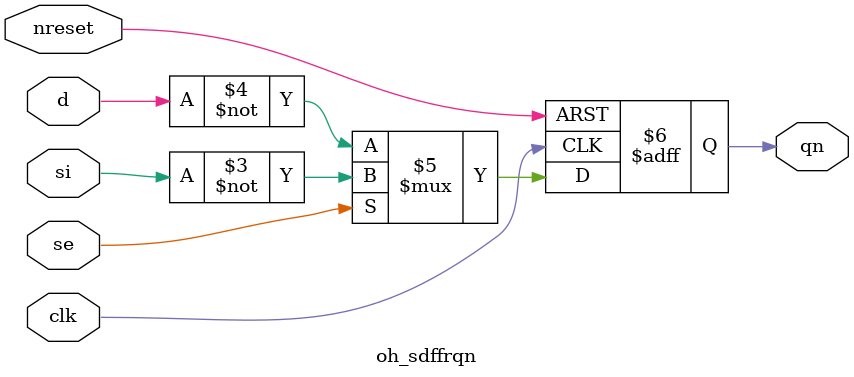
<source format=v>


module oh_sdffrqn #(parameter DW = 1) // array width
   (
    input [DW-1:0] 	d,
    input [DW-1:0] 	si,
    input [DW-1:0] 	se,
    input [DW-1:0] 	clk,
    input [DW-1:0] 	nreset,
    output reg [DW-1:0] qn
    );
   
   always @ (posedge clk or negedge nreset)
     if(!nreset)
       qn <= {DW{1'b1}};
     else
       qn <=  se ? ~si : ~d;
   
endmodule

</source>
